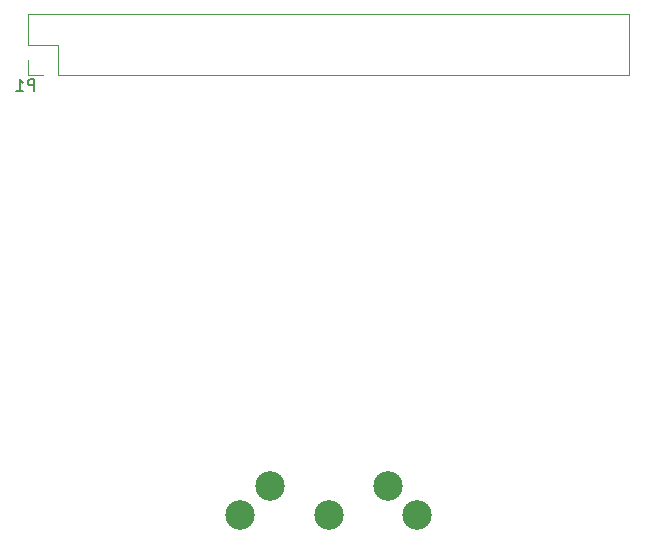
<source format=gbo>
G04 #@! TF.GenerationSoftware,KiCad,Pcbnew,(6.0.5)*
G04 #@! TF.CreationDate,2022-07-27T19:44:20+01:00*
G04 #@! TF.ProjectId,RPi-MiniDexed-IOBoard,5250692d-4d69-46e6-9944-657865642d49,rev?*
G04 #@! TF.SameCoordinates,Original*
G04 #@! TF.FileFunction,Legend,Bot*
G04 #@! TF.FilePolarity,Positive*
%FSLAX46Y46*%
G04 Gerber Fmt 4.6, Leading zero omitted, Abs format (unit mm)*
G04 Created by KiCad (PCBNEW (6.0.5)) date 2022-07-27 19:44:20*
%MOMM*%
%LPD*%
G01*
G04 APERTURE LIST*
%ADD10C,0.150000*%
%ADD11C,0.120000*%
%ADD12C,2.499360*%
G04 APERTURE END LIST*
D10*
X207596095Y-101430380D02*
X207596095Y-100430380D01*
X207215142Y-100430380D01*
X207119904Y-100478000D01*
X207072285Y-100525619D01*
X207024666Y-100620857D01*
X207024666Y-100763714D01*
X207072285Y-100858952D01*
X207119904Y-100906571D01*
X207215142Y-100954190D01*
X207596095Y-100954190D01*
X206072285Y-101430380D02*
X206643714Y-101430380D01*
X206358000Y-101430380D02*
X206358000Y-100430380D01*
X206453238Y-100573238D01*
X206548476Y-100668476D01*
X206643714Y-100716095D01*
D11*
X257960000Y-94900000D02*
X257960000Y-100100000D01*
X209640000Y-100100000D02*
X257960000Y-100100000D01*
X207040000Y-98770000D02*
X207040000Y-100100000D01*
X207040000Y-94900000D02*
X207040000Y-97500000D01*
X207040000Y-100100000D02*
X208370000Y-100100000D01*
X207040000Y-97500000D02*
X209640000Y-97500000D01*
X209640000Y-97500000D02*
X209640000Y-100100000D01*
X207040000Y-94900000D02*
X257960000Y-94900000D01*
D12*
X240010080Y-137350800D03*
X232512000Y-137348260D03*
X225013920Y-137350800D03*
X237508180Y-134848900D03*
X227515820Y-134848900D03*
M02*

</source>
